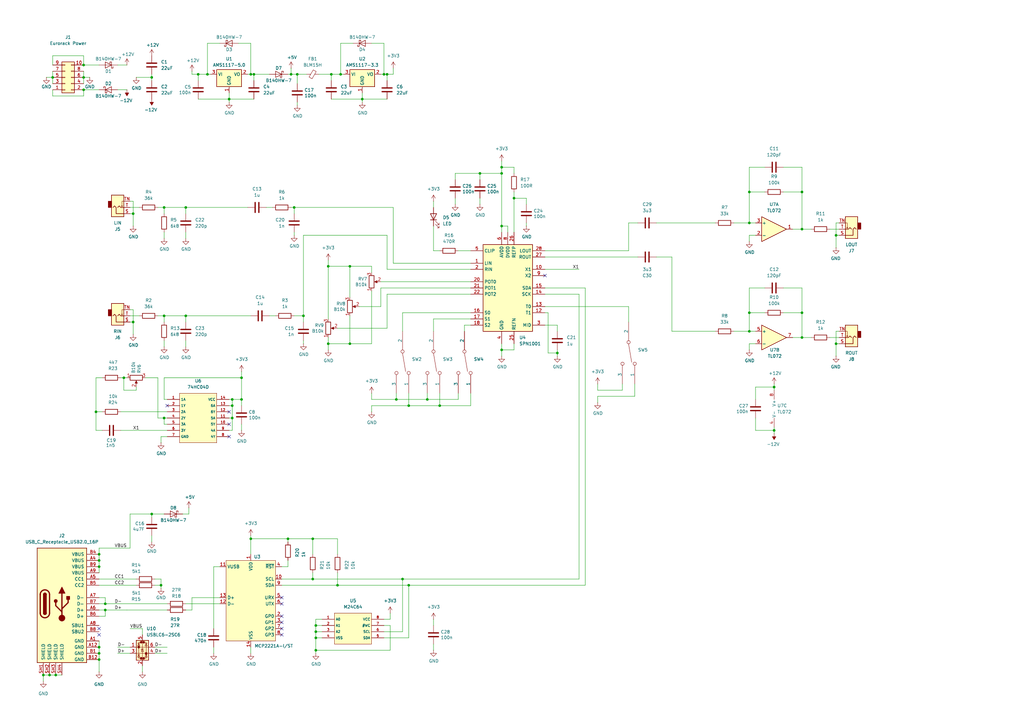
<source format=kicad_sch>
(kicad_sch (version 20250114) (generator "eeschema") (generator_version "9.0")
  (paper "A3")
  (junction (at 95.25 171.45))
  (junction (at 67.31 85.09))
  (junction (at 129.54 266.7))
  (junction (at 205.74 92.71))
  (junction (at 20.32 276.86))
  (junction (at 129.54 256.54))
  (junction (at 328.93 138.43))
  (junction (at 342.9 140.97))
  (junction (at 66.04 240.03))
  (junction (at 40.64 270.51))
  (junction (at 118.11 220.98))
  (junction (at 205.74 71.12))
  (junction (at 120.65 85.09))
  (junction (at 17.78 276.86))
  (junction (at 162.56 163.83))
  (junction (at 307.34 91.44))
  (junction (at 22.86 276.86))
  (junction (at 93.98 40.64))
  (junction (at 67.31 171.45))
  (junction (at 167.64 240.03))
  (junction (at 40.64 267.97))
  (junction (at 40.64 227.33))
  (junction (at 62.23 210.82))
  (junction (at 307.34 135.89))
  (junction (at 129.54 261.62))
  (junction (at 157.48 30.48))
  (junction (at 175.26 163.83))
  (junction (at 307.34 128.27))
  (junction (at 21.59 31.75))
  (junction (at 210.82 81.28))
  (junction (at 128.27 220.98))
  (junction (at 99.06 154.94))
  (junction (at 342.9 96.52))
  (junction (at 62.23 31.75))
  (junction (at 50.8 154.94))
  (junction (at 317.5 158.75))
  (junction (at 143.51 140.97))
  (junction (at 95.25 163.83))
  (junction (at 135.89 30.48))
  (junction (at 95.25 166.37))
  (junction (at 54.61 132.08))
  (junction (at 43.18 250.19))
  (junction (at 328.93 128.27))
  (junction (at 99.06 163.83))
  (junction (at 39.37 168.91))
  (junction (at 43.18 247.65))
  (junction (at 158.75 30.48))
  (junction (at 128.27 237.49))
  (junction (at 34.29 26.67))
  (junction (at 129.54 259.08))
  (junction (at 76.2 129.54))
  (junction (at 119.38 30.48))
  (junction (at 85.09 30.48))
  (junction (at 34.29 31.75))
  (junction (at 139.7 30.48))
  (junction (at 167.64 166.37))
  (junction (at 328.93 78.74))
  (junction (at 205.74 143.51))
  (junction (at 40.64 265.43))
  (junction (at 143.51 109.22))
  (junction (at 228.6 144.78))
  (junction (at 205.74 68.58))
  (junction (at 34.29 36.83))
  (junction (at 67.31 129.54))
  (junction (at 317.5 176.53))
  (junction (at 180.34 166.37))
  (junction (at 76.2 85.09))
  (junction (at 148.59 40.64))
  (junction (at 121.92 30.48))
  (junction (at 104.14 30.48))
  (junction (at 196.85 71.12))
  (junction (at 328.93 93.98))
  (junction (at 102.87 220.98))
  (junction (at 40.64 229.87))
  (junction (at 307.34 78.74))
  (junction (at 165.1 237.49))
  (junction (at 134.62 140.97))
  (junction (at 134.62 109.22))
  (junction (at 40.64 232.41))
  (junction (at 81.28 30.48))
  (junction (at 54.61 87.63))
  (junction (at 102.87 30.48))
  (junction (at 138.43 240.03))
  (junction (at 124.46 129.54))
  (no_connect (at 115.57 255.27))
  (no_connect (at 68.58 166.37))
  (no_connect (at 40.64 257.81))
  (no_connect (at 115.57 247.65))
  (no_connect (at 115.57 260.35))
  (no_connect (at 115.57 257.81))
  (no_connect (at 93.98 173.99))
  (no_connect (at 115.57 245.11))
  (no_connect (at 40.64 260.35))
  (no_connect (at 223.52 113.03))
  (no_connect (at 115.57 252.73))
  (no_connect (at 93.98 179.07))
  (no_connect (at 93.98 168.91))
  (wire (pts (xy 119.38 30.48) (xy 118.11 30.48)))
  (wire (pts (xy 39.37 176.53) (xy 39.37 168.91)))
  (wire (pts (xy 215.9 83.82) (xy 215.9 81.28)))
  (wire (pts (xy 21.59 31.75) (xy 21.59 34.29)))
  (wire (pts (xy 138.43 240.03) (xy 167.64 240.03)))
  (wire (pts (xy 157.48 254) (xy 160.02 254)))
  (wire (pts (xy 317.5 158.75) (xy 317.5 160.02)))
  (wire (pts (xy 48.26 36.83) (xy 52.07 36.83)))
  (wire (pts (xy 118.11 220.98) (xy 118.11 222.25)))
  (wire (pts (xy 87.63 265.43) (xy 87.63 267.97)))
  (wire (pts (xy 344.17 96.52) (xy 342.9 96.52)))
  (wire (pts (xy 67.31 163.83) (xy 67.31 154.94)))
  (wire (pts (xy 210.82 78.74) (xy 210.82 81.28)))
  (wire (pts (xy 205.74 68.58) (xy 205.74 71.12)))
  (wire (pts (xy 124.46 96.52) (xy 124.46 129.54)))
  (wire (pts (xy 307.34 128.27) (xy 307.34 135.89)))
  (wire (pts (xy 139.7 30.48) (xy 140.97 30.48)))
  (wire (pts (xy 121.92 30.48) (xy 121.92 34.29)))
  (wire (pts (xy 49.53 176.53) (xy 68.58 176.53)))
  (wire (pts (xy 161.29 107.95) (xy 193.04 107.95)))
  (wire (pts (xy 66.04 237.49) (xy 63.5 237.49)))
  (wire (pts (xy 215.9 91.44) (xy 215.9 92.71)))
  (wire (pts (xy 67.31 85.09) (xy 76.2 85.09)))
  (wire (pts (xy 177.8 102.87) (xy 177.8 92.71)))
  (wire (pts (xy 129.54 254) (xy 132.08 254)))
  (wire (pts (xy 307.34 143.51) (xy 307.34 140.97)))
  (wire (pts (xy 342.9 140.97) (xy 342.9 135.89)))
  (wire (pts (xy 307.34 96.52) (xy 309.88 96.52)))
  (wire (pts (xy 67.31 132.08) (xy 67.31 129.54)))
  (wire (pts (xy 157.48 17.78) (xy 157.48 30.48)))
  (wire (pts (xy 39.37 168.91) (xy 39.37 154.94)))
  (wire (pts (xy 210.82 81.28) (xy 210.82 95.25)))
  (wire (pts (xy 52.07 250.19) (xy 68.58 250.19)))
  (wire (pts (xy 55.88 31.75) (xy 62.23 31.75)))
  (wire (pts (xy 186.69 73.66) (xy 186.69 71.12)))
  (wire (pts (xy 193.04 161.29) (xy 193.04 166.37)))
  (wire (pts (xy 205.74 66.04) (xy 205.74 68.58)))
  (wire (pts (xy 156.21 125.73) (xy 156.21 118.11)))
  (wire (pts (xy 138.43 234.95) (xy 138.43 240.03)))
  (wire (pts (xy 307.34 68.58) (xy 307.34 78.74)))
  (wire (pts (xy 66.04 181.61) (xy 66.04 179.07)))
  (wire (pts (xy 208.28 95.25) (xy 208.28 92.71)))
  (wire (pts (xy 138.43 220.98) (xy 138.43 227.33)))
  (wire (pts (xy 139.7 17.78) (xy 139.7 30.48)))
  (wire (pts (xy 63.5 267.97) (xy 68.58 267.97)))
  (wire (pts (xy 76.2 85.09) (xy 101.6 85.09)))
  (wire (pts (xy 257.81 125.73) (xy 223.52 125.73)))
  (wire (pts (xy 54.61 137.16) (xy 54.61 132.08)))
  (wire (pts (xy 128.27 220.98) (xy 128.27 227.33)))
  (wire (pts (xy 134.62 138.43) (xy 134.62 140.97)))
  (wire (pts (xy 167.64 161.29) (xy 167.64 166.37)))
  (wire (pts (xy 64.77 85.09) (xy 67.31 85.09)))
  (wire (pts (xy 36.83 31.75) (xy 34.29 31.75)))
  (wire (pts (xy 313.69 78.74) (xy 307.34 78.74)))
  (wire (pts (xy 40.64 247.65) (xy 43.18 247.65)) (stroke (width 0.1524)))
  (wire (pts (xy 49.53 168.91) (xy 68.58 168.91)))
  (wire (pts (xy 34.29 26.67) (xy 40.64 26.67)))
  (wire (pts (xy 115.57 237.49) (xy 128.27 237.49)))
  (wire (pts (xy 158.75 30.48) (xy 158.75 33.02)))
  (wire (pts (xy 228.6 143.51) (xy 228.6 144.78)))
  (wire (pts (xy 317.5 175.26) (xy 317.5 176.53)))
  (wire (pts (xy 257.81 132.08) (xy 257.81 125.73)))
  (wire (pts (xy 90.17 232.41) (xy 87.63 232.41)))
  (wire (pts (xy 237.49 120.65) (xy 237.49 237.49)))
  (wire (pts (xy 158.75 96.52) (xy 124.46 96.52)))
  (wire (pts (xy 148.59 38.1) (xy 148.59 40.64)))
  (wire (pts (xy 162.56 163.83) (xy 175.26 163.83)))
  (wire (pts (xy 135.89 30.48) (xy 139.7 30.48)))
  (wire (pts (xy 342.9 101.6) (xy 342.9 96.52)))
  (wire (pts (xy 76.2 129.54) (xy 76.2 132.08)))
  (wire (pts (xy 261.62 91.44) (xy 257.81 91.44)))
  (wire (pts (xy 40.64 265.43) (xy 40.64 267.97)))
  (wire (pts (xy 260.35 162.56) (xy 245.11 162.56)))
  (wire (pts (xy 78.74 29.21) (xy 78.74 30.48)))
  (wire (pts (xy 34.29 36.83) (xy 40.64 36.83)))
  (wire (pts (xy 342.9 96.52) (xy 342.9 91.44)))
  (wire (pts (xy 317.5 176.53) (xy 309.88 176.53)))
  (wire (pts (xy 21.59 29.21) (xy 21.59 31.75)))
  (wire (pts (xy 34.29 22.86) (xy 34.29 26.67)))
  (wire (pts (xy 54.61 127) (xy 53.34 127)))
  (wire (pts (xy 120.65 95.25) (xy 120.65 96.52)))
  (wire (pts (xy 275.59 105.41) (xy 275.59 135.89)))
  (wire (pts (xy 307.34 91.44) (xy 309.88 91.44)))
  (wire (pts (xy 309.88 158.75) (xy 317.5 158.75)))
  (wire (pts (xy 53.34 210.82) (xy 62.23 210.82)) (stroke (width 0.1524)))
  (wire (pts (xy 143.51 109.22) (xy 152.4 109.22)))
  (wire (pts (xy 143.51 109.22) (xy 143.51 121.92)))
  (wire (pts (xy 157.48 30.48) (xy 156.21 30.48)))
  (wire (pts (xy 48.26 265.43) (xy 53.34 265.43)))
  (wire (pts (xy 93.98 176.53) (xy 95.25 176.53)))
  (wire (pts (xy 328.93 93.98) (xy 325.12 93.98)))
  (wire (pts (xy 87.63 232.41) (xy 87.63 257.81)))
  (wire (pts (xy 215.9 81.28) (xy 210.82 81.28)))
  (wire (pts (xy 161.29 27.94) (xy 161.29 30.48)))
  (wire (pts (xy 40.64 224.79) (xy 53.34 224.79)) (stroke (width 0.1524)))
  (wire (pts (xy 102.87 30.48) (xy 102.87 17.78)))
  (wire (pts (xy 109.22 85.09) (xy 111.76 85.09)))
  (wire (pts (xy 93.98 38.1) (xy 93.98 40.64)))
  (wire (pts (xy 228.6 135.89) (xy 228.6 133.35)))
  (wire (pts (xy 152.4 163.83) (xy 162.56 163.83)))
  (wire (pts (xy 119.38 27.94) (xy 119.38 30.48)))
  (wire (pts (xy 180.34 166.37) (xy 167.64 166.37)))
  (wire (pts (xy 119.38 30.48) (xy 121.92 30.48)))
  (wire (pts (xy 313.69 68.58) (xy 307.34 68.58)))
  (wire (pts (xy 143.51 129.54) (xy 143.51 140.97)))
  (wire (pts (xy 21.59 36.83) (xy 21.59 39.37)))
  (wire (pts (xy 20.32 276.86) (xy 22.86 276.86)))
  (wire (pts (xy 128.27 237.49) (xy 165.1 237.49)))
  (wire (pts (xy 67.31 139.7) (xy 67.31 142.24)))
  (wire (pts (xy 93.98 166.37) (xy 95.25 166.37)))
  (wire (pts (xy 19.05 31.75) (xy 21.59 31.75)))
  (wire (pts (xy 165.1 237.49) (xy 237.49 237.49)))
  (wire (pts (xy 104.14 30.48) (xy 104.14 33.02)))
  (wire (pts (xy 40.64 229.87) (xy 40.64 232.41)) (stroke (width 0.1524)))
  (wire (pts (xy 177.8 254) (xy 177.8 256.54)))
  (wire (pts (xy 245.11 162.56) (xy 245.11 165.1)))
  (wire (pts (xy 54.61 92.71) (xy 54.61 87.63)))
  (wire (pts (xy 129.54 254) (xy 129.54 256.54)))
  (wire (pts (xy 158.75 134.62) (xy 158.75 120.65)))
  (wire (pts (xy 180.34 102.87) (xy 177.8 102.87)))
  (wire (pts (xy 121.92 41.91) (xy 121.92 43.18)))
  (wire (pts (xy 307.34 135.89) (xy 309.88 135.89)))
  (wire (pts (xy 309.88 163.83) (xy 309.88 158.75)))
  (wire (pts (xy 50.8 160.02) (xy 55.88 160.02)))
  (wire (pts (xy 300.99 135.89) (xy 307.34 135.89)))
  (wire (pts (xy 110.49 30.48) (xy 104.14 30.48)))
  (wire (pts (xy 196.85 71.12) (xy 196.85 73.66)))
  (wire (pts (xy 152.4 109.22) (xy 152.4 111.76)))
  (wire (pts (xy 228.6 133.35) (xy 223.52 133.35)))
  (wire (pts (xy 328.93 138.43) (xy 325.12 138.43)))
  (wire (pts (xy 58.42 260.35) (xy 58.42 257.81)))
  (wire (pts (xy 328.93 78.74) (xy 328.93 93.98)))
  (wire (pts (xy 257.81 102.87) (xy 223.52 102.87)))
  (wire (pts (xy 63.5 265.43) (xy 68.58 265.43)))
  (wire (pts (xy 224.79 144.78) (xy 228.6 144.78)))
  (wire (pts (xy 224.79 128.27) (xy 224.79 144.78)))
  (wire (pts (xy 62.23 31.75) (xy 62.23 33.02)))
  (wire (pts (xy 344.17 140.97) (xy 342.9 140.97)))
  (wire (pts (xy 48.26 267.97) (xy 53.34 267.97)))
  (wire (pts (xy 40.64 262.89) (xy 40.64 265.43)))
  (wire (pts (xy 40.64 240.03) (xy 55.88 240.03)))
  (wire (pts (xy 62.23 210.82) (xy 62.23 212.09)) (stroke (width 0.1524)))
  (wire (pts (xy 40.64 224.79) (xy 40.64 227.33)) (stroke (width 0.1524)))
  (wire (pts (xy 313.69 128.27) (xy 307.34 128.27)))
  (wire (pts (xy 186.69 71.12) (xy 196.85 71.12)))
  (wire (pts (xy 102.87 220.98) (xy 102.87 227.33)))
  (wire (pts (xy 17.78 276.86) (xy 17.78 279.4)))
  (wire (pts (xy 22.86 276.86) (xy 25.4 276.86)))
  (wire (pts (xy 157.48 256.54) (xy 160.02 256.54)))
  (wire (pts (xy 40.64 270.51) (xy 40.64 275.59)))
  (wire (pts (xy 313.69 118.11) (xy 307.34 118.11)))
  (wire (pts (xy 156.21 115.57) (xy 193.04 115.57)))
  (wire (pts (xy 162.56 161.29) (xy 162.56 163.83)))
  (wire (pts (xy 321.31 118.11) (xy 328.93 118.11)))
  (wire (pts (xy 152.4 140.97) (xy 143.51 140.97)))
  (wire (pts (xy 177.8 82.55) (xy 177.8 85.09)))
  (wire (pts (xy 40.64 252.73) (xy 43.18 252.73)))
  (wire (pts (xy 124.46 139.7) (xy 124.46 140.97)))
  (wire (pts (xy 67.31 129.54) (xy 64.77 129.54)))
  (wire (pts (xy 223.52 120.65) (xy 237.49 120.65)))
  (wire (pts (xy 134.62 109.22) (xy 143.51 109.22)))
  (wire (pts (xy 40.64 250.19) (xy 43.18 250.19)) (stroke (width 0.1524)))
  (wire (pts (xy 21.59 22.86) (xy 34.29 22.86)))
  (wire (pts (xy 64.77 171.45) (xy 67.31 171.45)))
  (wire (pts (xy 34.29 31.75) (xy 34.29 34.29)))
  (wire (pts (xy 78.74 30.48) (xy 81.28 30.48)))
  (wire (pts (xy 161.29 30.48) (xy 158.75 30.48)))
  (wire (pts (xy 53.34 224.79) (xy 53.34 210.82)) (stroke (width 0.1524)))
  (wire (pts (xy 129.54 256.54) (xy 132.08 256.54)))
  (wire (pts (xy 344.17 138.43) (xy 340.36 138.43)))
  (wire (pts (xy 328.93 128.27) (xy 328.93 138.43)))
  (wire (pts (xy 68.58 163.83) (xy 67.31 163.83)))
  (wire (pts (xy 118.11 229.87) (xy 118.11 232.41)))
  (wire (pts (xy 255.27 157.48) (xy 255.27 160.02)))
  (wire (pts (xy 165.1 128.27) (xy 165.1 135.89)))
  (wire (pts (xy 99.06 173.99) (xy 99.06 176.53)))
  (wire (pts (xy 275.59 135.89) (xy 293.37 135.89)))
  (wire (pts (xy 77.47 208.28) (xy 77.47 210.82)))
  (wire (pts (xy 67.31 171.45) (xy 67.31 173.99)))
  (wire (pts (xy 93.98 171.45) (xy 95.25 171.45)))
  (wire (pts (xy 228.6 144.78) (xy 228.6 146.05)))
  (wire (pts (xy 269.24 91.44) (xy 293.37 91.44)))
  (wire (pts (xy 187.96 161.29) (xy 187.96 163.83)))
  (wire (pts (xy 177.8 264.16) (xy 177.8 266.7)))
  (wire (pts (xy 148.59 40.64) (xy 158.75 40.64)))
  (wire (pts (xy 193.04 166.37) (xy 180.34 166.37)))
  (wire (pts (xy 85.09 17.78) (xy 85.09 30.48)))
  (wire (pts (xy 160.02 256.54) (xy 160.02 266.7)))
  (wire (pts (xy 102.87 30.48) (xy 104.14 30.48)))
  (wire (pts (xy 34.29 39.37) (xy 34.29 36.83)))
  (wire (pts (xy 64.77 154.94) (xy 64.77 171.45)))
  (wire (pts (xy 152.4 166.37) (xy 152.4 168.91)))
  (wire (pts (xy 41.91 168.91) (xy 39.37 168.91)))
  (wire (pts (xy 95.25 163.83) (xy 99.06 163.83)))
  (wire (pts (xy 152.4 17.78) (xy 157.48 17.78)))
  (wire (pts (xy 134.62 109.22) (xy 134.62 130.81)))
  (wire (pts (xy 210.82 143.51) (xy 205.74 143.51)))
  (wire (pts (xy 245.11 160.02) (xy 255.27 160.02)))
  (wire (pts (xy 187.96 102.87) (xy 193.04 102.87)))
  (wire (pts (xy 52.07 26.67) (xy 48.26 26.67)))
  (wire (pts (xy 81.28 30.48) (xy 85.09 30.48)))
  (wire (pts (xy 210.82 68.58) (xy 205.74 68.58)))
  (wire (pts (xy 102.87 219.71) (xy 102.87 220.98)))
  (wire (pts (xy 93.98 40.64) (xy 104.14 40.64)))
  (wire (pts (xy 129.54 261.62) (xy 129.54 266.7)))
  (wire (pts (xy 120.65 85.09) (xy 120.65 87.63)))
  (wire (pts (xy 129.54 266.7) (xy 129.54 267.97)))
  (wire (pts (xy 59.69 154.94) (xy 64.77 154.94)))
  (wire (pts (xy 95.25 171.45) (xy 95.25 166.37)))
  (wire (pts (xy 52.07 154.94) (xy 50.8 154.94)))
  (wire (pts (xy 67.31 85.09) (xy 67.31 87.63)))
  (wire (pts (xy 177.8 130.81) (xy 193.04 130.81)))
  (wire (pts (xy 63.5 240.03) (xy 66.04 240.03)))
  (wire (pts (xy 67.31 173.99) (xy 68.58 173.99)))
  (wire (pts (xy 67.31 95.25) (xy 67.31 97.79)))
  (wire (pts (xy 97.79 17.78) (xy 102.87 17.78)))
  (wire (pts (xy 148.59 41.91) (xy 148.59 40.64)))
  (wire (pts (xy 205.74 71.12) (xy 205.74 92.71)))
  (wire (pts (xy 135.89 33.02) (xy 135.89 30.48)))
  (wire (pts (xy 269.24 105.41) (xy 275.59 105.41)))
  (wire (pts (xy 210.82 140.97) (xy 210.82 143.51)))
  (wire (pts (xy 152.4 161.29) (xy 152.4 163.83)))
  (wire (pts (xy 128.27 220.98) (xy 138.43 220.98)))
  (wire (pts (xy 34.29 29.21) (xy 34.29 31.75)))
  (wire (pts (xy 143.51 140.97) (xy 134.62 140.97)))
  (wire (pts (xy 93.98 41.91) (xy 93.98 40.64)))
  (wire (pts (xy 309.88 176.53) (xy 309.88 171.45)))
  (wire (pts (xy 81.28 40.64) (xy 93.98 40.64)))
  (wire (pts (xy 50.8 154.94) (xy 50.8 160.02)))
  (wire (pts (xy 121.92 30.48) (xy 125.73 30.48)))
  (wire (pts (xy 223.52 105.41) (xy 261.62 105.41)))
  (wire (pts (xy 147.32 125.73) (xy 156.21 125.73)))
  (wire (pts (xy 196.85 81.28) (xy 196.85 83.82)))
  (wire (pts (xy 134.62 106.68) (xy 134.62 109.22)))
  (wire (pts (xy 175.26 161.29) (xy 175.26 163.83)))
  (wire (pts (xy 54.61 87.63) (xy 54.61 82.55)))
  (wire (pts (xy 40.64 267.97) (xy 40.64 270.51)))
  (wire (pts (xy 101.6 30.48) (xy 102.87 30.48)))
  (wire (pts (xy 53.34 87.63) (xy 54.61 87.63)))
  (wire (pts (xy 223.52 128.27) (xy 224.79 128.27)))
  (wire (pts (xy 17.78 276.86) (xy 20.32 276.86)))
  (wire (pts (xy 76.2 85.09) (xy 76.2 87.63)))
  (wire (pts (xy 39.37 154.94) (xy 41.91 154.94)))
  (wire (pts (xy 317.5 176.53) (xy 317.5 177.8)))
  (wire (pts (xy 78.74 250.19) (xy 78.74 245.11)))
  (wire (pts (xy 190.5 135.89) (xy 190.5 133.35)))
  (wire (pts (xy 21.59 26.67) (xy 21.59 22.86)))
  (wire (pts (xy 110.49 129.54) (xy 113.03 129.54)))
  (wire (pts (xy 85.09 30.48) (xy 86.36 30.48)))
  (wire (pts (xy 41.91 176.53) (xy 39.37 176.53)))
  (wire (pts (xy 307.34 118.11) (xy 307.34 128.27)))
  (wire (pts (xy 328.93 118.11) (xy 328.93 128.27)))
  (wire (pts (xy 223.52 118.11) (xy 240.03 118.11)))
  (wire (pts (xy 43.18 247.65) (xy 68.58 247.65)) (stroke (width 0.1524)))
  (wire (pts (xy 342.9 91.44) (xy 344.17 91.44)))
  (wire (pts (xy 307.34 78.74) (xy 307.34 91.44)))
  (wire (pts (xy 102.87 265.43) (xy 102.87 267.97)))
  (wire (pts (xy 76.2 129.54) (xy 102.87 129.54)))
  (wire (pts (xy 307.34 140.97) (xy 309.88 140.97)))
  (wire (pts (xy 67.31 154.94) (xy 99.06 154.94)))
  (wire (pts (xy 129.54 259.08) (xy 129.54 261.62)))
  (wire (pts (xy 193.04 110.49) (xy 158.75 110.49)))
  (wire (pts (xy 134.62 140.97) (xy 134.62 143.51)))
  (wire (pts (xy 62.23 31.75) (xy 62.23 30.48)))
  (wire (pts (xy 53.34 85.09) (xy 57.15 85.09)))
  (wire (pts (xy 160.02 266.7) (xy 129.54 266.7)))
  (wire (pts (xy 321.31 68.58) (xy 328.93 68.58)))
  (wire (pts (xy 257.81 91.44) (xy 257.81 102.87)))
  (wire (pts (xy 95.25 166.37) (xy 95.25 163.83)))
  (wire (pts (xy 205.74 140.97) (xy 205.74 143.51)))
  (wire (pts (xy 40.64 237.49) (xy 55.88 237.49)))
  (wire (pts (xy 62.23 210.82) (xy 67.31 210.82)))
  (wire (pts (xy 129.54 256.54) (xy 129.54 259.08)))
  (wire (pts (xy 90.17 17.78) (xy 85.09 17.78)))
  (wire (pts (xy 300.99 91.44) (xy 307.34 91.44)))
  (wire (pts (xy 77.47 210.82) (xy 74.93 210.82)))
  (wire (pts (xy 81.28 33.02) (xy 81.28 30.48)))
  (wire (pts (xy 138.43 134.62) (xy 158.75 134.62)))
  (wire (pts (xy 58.42 273.05) (xy 58.42 275.59)))
  (wire (pts (xy 53.34 257.81) (xy 58.42 257.81)))
  (wire (pts (xy 53.34 129.54) (xy 57.15 129.54)))
  (wire (pts (xy 55.88 158.75) (xy 55.88 160.02)))
  (wire (pts (xy 190.5 133.35) (xy 193.04 133.35)))
  (wire (pts (xy 321.31 128.27) (xy 328.93 128.27)))
  (wire (pts (xy 53.34 132.08) (xy 54.61 132.08)))
  (wire (pts (xy 328.93 138.43) (xy 332.74 138.43)))
  (wire (pts (xy 66.04 241.3) (xy 66.04 240.03)))
  (wire (pts (xy 78.74 245.11) (xy 90.17 245.11)))
  (wire (pts (xy 307.34 99.06) (xy 307.34 96.52)))
  (wire (pts (xy 40.64 227.33) (xy 40.64 229.87)) (stroke (width 0.1524)))
  (wire (pts (xy 175.26 163.83) (xy 187.96 163.83)))
  (wire (pts (xy 208.28 92.71) (xy 205.74 92.71)))
  (wire (pts (xy 43.18 245.11) (xy 43.18 247.65)))
  (wire (pts (xy 120.65 85.09) (xy 161.29 85.09)))
  (wire (pts (xy 177.8 135.89) (xy 177.8 130.81)))
  (wire (pts (xy 160.02 254) (xy 160.02 251.46)))
  (wire (pts (xy 93.98 163.83) (xy 95.25 163.83)))
  (wire (pts (xy 196.85 71.12) (xy 205.74 71.12)))
  (wire (pts (xy 161.29 85.09) (xy 161.29 107.95)))
  (wire (pts (xy 158.75 30.48) (xy 157.48 30.48)))
  (wire (pts (xy 205.74 92.71) (xy 205.74 95.25)))
  (wire (pts (xy 102.87 220.98) (xy 118.11 220.98)))
  (wire (pts (xy 76.2 95.25) (xy 76.2 97.79)))
  (wire (pts (xy 130.81 30.48) (xy 135.89 30.48)))
  (wire (pts (xy 76.2 250.19) (xy 78.74 250.19)))
  (wire (pts (xy 66.04 179.07) (xy 68.58 179.07)))
  (wire (pts (xy 54.61 82.55) (xy 53.34 82.55)))
  (wire (pts (xy 321.31 78.74) (xy 328.93 78.74)))
  (wire (pts (xy 193.04 128.27) (xy 165.1 128.27)))
  (wire (pts (xy 144.78 17.78) (xy 139.7 17.78)))
  (wire (pts (xy 167.64 261.62) (xy 167.64 240.03)))
  (wire (pts (xy 344.17 93.98) (xy 340.36 93.98)))
  (wire (pts (xy 115.57 240.03) (xy 138.43 240.03)))
  (wire (pts (xy 129.54 259.08) (xy 132.08 259.08)))
  (wire (pts (xy 99.06 154.94) (xy 99.06 163.83)))
  (wire (pts (xy 129.54 261.62) (xy 132.08 261.62)))
  (wire (pts (xy 210.82 71.12) (xy 210.82 68.58)))
  (wire (pts (xy 76.2 139.7) (xy 76.2 142.24)))
  (wire (pts (xy 186.69 81.28) (xy 186.69 83.82)))
  (wire (pts (xy 240.03 118.11) (xy 240.03 240.03)))
  (wire (pts (xy 21.59 39.37) (xy 34.29 39.37)))
  (wire (pts (xy 118.11 220.98) (xy 128.27 220.98)))
  (wire (pts (xy 118.11 232.41) (xy 115.57 232.41)))
  (wire (pts (xy 205.74 143.51) (xy 205.74 146.05)))
  (wire (pts (xy 157.48 261.62) (xy 167.64 261.62)))
  (wire (pts (xy 328.93 68.58) (xy 328.93 78.74)))
  (wire (pts (xy 67.31 129.54) (xy 76.2 129.54)))
  (wire (pts (xy 99.06 152.4) (xy 99.06 154.94)))
  (wire (pts (xy 167.64 166.37) (xy 152.4 166.37)))
  (wire (pts (xy 245.11 157.48) (xy 245.11 160.02)))
  (wire (pts (xy 43.18 250.19) (xy 52.07 250.19)) (stroke (width 0.1524)))
  (wire (pts (xy 158.75 110.49) (xy 158.75 96.52)))
  (wire (pts (xy 223.52 110.49) (xy 237.49 110.49)))
  (wire (pts (xy 43.18 250.19) (xy 43.18 252.73)))
  (wire (pts (xy 99.06 163.83) (xy 99.06 166.37)))
  (wire (pts (xy 40.64 232.41) (xy 40.64 234.95)))
  (wire (pts (xy 158.75 120.65) (xy 193.04 120.65)))
  (wire (pts (xy 76.2 247.65) (xy 90.17 247.65)))
  (wire (pts (xy 342.9 135.89) (xy 344.17 135.89)))
  (wire (pts (xy 157.48 259.08) (xy 165.1 259.08)))
  (wire (pts (xy 119.38 85.09) (xy 120.65 85.09)))
  (wire (pts (xy 152.4 119.38) (xy 152.4 140.97)))
  (wire (pts (xy 95.25 176.53) (xy 95.25 171.45)))
  (wire (pts (xy 165.1 237.49) (xy 165.1 259.08)))
  (wire (pts (xy 342.9 146.05) (xy 342.9 140.97)))
  (wire (pts (xy 328.93 93.98) (xy 332.74 93.98)))
  (wire (pts (xy 260.35 157.48) (xy 260.35 162.56)))
  (wire (pts (xy 317.5 157.48) (xy 317.5 158.75)))
  (wire (pts (xy 156.21 118.11) (xy 193.04 118.11)))
  (wire (pts (xy 124.46 129.54) (xy 124.46 132.08)))
  (wire (pts (xy 62.23 219.71) (xy 62.23 222.25)))
  (wire (pts (xy 167.64 240.03) (xy 240.03 240.03)))
  (wire (pts (xy 67.31 171.45) (xy 68.58 171.45)))
  (wire (pts (xy 49.53 154.94) (xy 50.8 154.94)))
  (wire (pts (xy 54.61 132.08) (xy 54.61 127)))
  (wire (pts (xy 66.04 240.03) (xy 66.04 237.49)))
  (wire (pts (xy 124.46 129.54) (xy 120.65 129.54)))
  (wire (pts (xy 135.89 40.64) (xy 148.59 40.64)))
  (wire (pts (xy 40.64 245.11) (xy 43.18 245.11)))
  (wire (pts (xy 180.34 161.29) (xy 180.34 166.37)))
  (wire (pts (xy 128.27 234.95) (xy 128.27 237.49)))
  (label "X1" (at 237.49 110.49 180))
  (label "D+" (at 63.5 267.97 0) (effects (font (size 1.2446 1.2446))))
  (label "D-" (at 46.99 247.65 0) (effects (font (size 1.2446 1.2446))))
  (label "VBUS" (at 46.99 224.79 0) (effects (font (size 1.2446 1.2446))))
  (label "D+" (at 46.99 250.19 0) (effects (font (size 1.2446 1.2446))))
  (label "D+" (at 48.26 267.97 0) (effects (font (size 1.2446 1.2446))))
  (label "VBUS" (at 53.34 257.81 0) (effects (font (size 1.2446 1.2446))))
  (label "X1" (at 57.15 176.53 180))
  (label "D-" (at 63.5 265.43 0))
  (label "CC2" (at 46.99 240.03 0))
  (label "D-" (at 48.26 265.43 0))
  (label "CC1" (at 46.99 237.49 0))
  (symbol (lib_id "Device:C") (at 317.5 68.58 90) (unit 1)
    (property "Reference" "C11" (at 317.5 60.96 90))
    (property "Value" "120pF" (at 317.5 63.5 90))
    (property "Footprint" "Capacitor_SMD:C_0603_1608Metric" (effects (hide yes)))
    (property "Description" "Unpolarized capacitor" (effects (hide yes)))
  )
  (symbol (lib_id "PCM_4ms_Diode:B140HW-7") (at 44.45 26.67 180) (unit 1)
    (property "Reference" "D1" (at 44.45 29.21 0))
    (property "Value" "B140HW-7" (at 44.45 24.13 0))
    (property "Footprint" "Diode_SMD:D_SOD-123" (effects (hide yes)))
    (property "Description" "SCHOTTKY RECTIFIER 1.0A 40Vrrm 0.55Vf" (effects (hide yes)))
    (property "Specifications" "SCHOTTKY RECTIFIER 1.0A 40Vrrm 0.55Vf" (effects (hide yes)))
    (property "Manufacturer" "Diodes Incorporated" (effects (hide yes)))
    (property "Part Number" "B140HW-7" (effects (hide yes)))
    (property "JLCPCB ID" "C134429" (effects (hide yes)))
    (property "Alt JLCPCB ID" "C8598" (effects (hide yes)))
    (property "Alt JLCPCB Part" "B5819W" (effects (hide yes)))
  )
  (symbol (lib_id "power:GND") (at 58.42 275.59 0) (unit 1)
    (property "Reference" "#PWR032" (effects (hide yes)))
    (property "Value" "GND" (at 58.42 280.67 0))
    (property "Description" "Power symbol creates a global label with name \"GND\" , ground" (effects (hide yes)))
  )
  (symbol (lib_id "Device:C") (at 121.92 38.1 0) (unit 1)
    (property "Reference" "C17" (at 124.841 36.9316 0) (effects (justify left)))
    (property "Value" "100n" (at 124.841 39.243 0) (effects (justify left)))
    (property "Footprint" "Capacitor_SMD:C_0603_1608Metric_Pad1.08x0.95mm_HandSolder" (effects (hide yes)))
  )
  (symbol (lib_id "power:GND") (at 66.04 241.3 0) (unit 1)
    (property "Reference" "#PWR021" (effects (hide yes)))
    (property "Value" "GND" (at 66.04 245.11 0))
    (property "Description" "Power symbol creates a global label with name \"GND\" , ground" (effects (hide yes)))
  )
  (symbol (lib_id "Connector_Generic:Conn_02x05_Odd_Even") (at 26.67 31.75 0) (mirror x) (unit 1)
    (property "Reference" "J1" (at 27.94 15.24 0))
    (property "Value" "Eurorack Power" (at 27.94 17.78 0))
    (property "Footprint" "Connector_IDC:IDC-Header_2x05_P2.54mm_Vertical" (effects (hide yes)))
  )
  (symbol (lib_id "Device:R") (at 67.31 135.89 180) (unit 1)
    (property "Reference" "R13" (at 69.85 134.6199 0) (effects (justify right)))
    (property "Value" "6k8" (at 69.85 137.1599 0) (effects (justify right)))
    (property "Footprint" "Resistor_SMD:R_0603_1608Metric" (effects (hide yes)))
    (property "Description" "Resistor" (effects (hide yes)))
  )
  (symbol (lib_id "power:GND") (at 76.2 97.79 0) (unit 1)
    (property "Reference" "#PWR049" (effects (hide yes)))
    (property "Value" "GND" (at 76.327 102.1842 0))
  )
  (symbol (lib_id "power:GND") (at 342.9 101.6 0) (mirror y) (unit 1)
    (property "Reference" "#PWR050" (effects (hide yes)))
    (property "Value" "GND" (at 342.773 105.9942 0))
  )
  (symbol (lib_id "Device:R") (at 297.18 91.44 90) (unit 1)
    (property "Reference" "R7" (at 297.18 85.09 90))
    (property "Value" "33k" (at 297.18 87.63 90))
    (property "Footprint" "Resistor_SMD:R_0603_1608Metric" (effects (hide yes)))
    (property "Description" "Resistor" (effects (hide yes)))
  )
  (symbol (lib_id "Device:R") (at 59.69 240.03 90) (mirror x) (unit 1)
    (property "Reference" "R15" (at 57.785 245.7451 90) (effects (justify left)))
    (property "Value" "5k1" (at 57.785 243.2051 90) (effects (justify left)))
    (property "Footprint" "Resistor_SMD:R_0603_1608Metric" (effects (hide yes)))
    (property "Description" "Resistor" (effects (hide yes)))
  )
  (symbol (lib_id "Device:C") (at 215.9 87.63 0) (unit 1)
    (property "Reference" "C24" (at 218.821 86.4616 0) (effects (justify left)))
    (property "Value" "100n" (at 218.821 88.773 0) (effects (justify left)))
    (property "Footprint" "Capacitor_SMD:C_0603_1608Metric_Pad1.08x0.95mm_HandSolder" (effects (hide yes)))
  )
  (symbol (lib_id "power:+3V3") (at 102.87 219.71 0) (unit 1)
    (property "Reference" "#PWR014" (effects (hide yes)))
    (property "Value" "+3V3" (at 102.87 214.63 0))
    (property "Description" "Power symbol creates a global label with name \"+3V3\"" (effects (hide yes)))
  )
  (symbol (lib_id "power:GND") (at 228.6 146.05 0) (unit 1)
    (property "Reference" "#PWR042" (effects (hide yes)))
    (property "Value" "GND" (at 228.727 150.4442 0))
  )
  (symbol (lib_id "power:GND") (at 87.63 267.97 0) (unit 1)
    (property "Reference" "#PWR034" (effects (hide yes)))
    (property "Value" "GND" (at 87.757 272.3642 0))
  )
  (symbol (lib_id "Device:R") (at 115.57 85.09 90) (unit 1)
    (property "Reference" "R6" (at 115.57 78.74 90))
    (property "Value" "1k" (at 115.57 81.28 90))
    (property "Footprint" "Resistor_SMD:R_0603_1608Metric" (effects (hide yes)))
    (property "Description" "Resistor" (effects (hide yes)))
  )
  (symbol (lib_id "Device:C") (at 62.23 26.67 0) (unit 1)
    (property "Reference" "C1" (at 66.04 25.3999 0) (effects (justify left)))
    (property "Value" "22uF" (at 66.04 27.9399 0) (effects (justify left)))
    (property "Footprint" "Capacitor_SMD:C_1206_3216Metric_Pad1.33x1.80mm_HandSolder" (effects (hide yes)))
    (property "Description" "Unpolarized capacitor" (effects (hide yes)))
  )
  (symbol (lib_id "Amplifier_Operational:TL072") (at 317.5 93.98 0) (unit 1)
    (property "Reference" "U7" (at 317.5 83.82 0))
    (property "Value" "TL072" (at 317.5 86.36 0))
    (property "Footprint" "Package_SO:SOIC-8_3.9x4.9mm_P1.27mm" (effects (hide yes)))
    (property "Datasheet" "http://www.ti.com/lit/ds/symlink/tl071.pdf" (effects (hide yes)))
    (property "Description" "Dual Low-Noise JFET-Input Operational Amplifiers, DIP-8/SOIC-8" (effects (hide yes)))
  )
  (symbol (lib_id "power:GND") (at 67.31 142.24 0) (unit 1)
    (property "Reference" "#PWR048" (effects (hide yes)))
    (property "Value" "GND" (at 67.437 146.6342 0))
  )
  (symbol (lib_id "PCM_4ms_Switch:Toggle_SPDT_SubMini_2pos") (at 257.81 144.78 270) (unit 1)
    (property "Reference" "SW5" (at 261.62 143.5099 90) (effects (justify left)))
    (property "Value" "Toggle_SPDT_SubMini_2pos" (effects (hide yes)))
    (property "Footprint" "PCM_4ms_Switch:Switch_Toggle_SPDT_SubMini" (effects (hide yes)))
    (property "Description" "SPDT, 3-position, sub-mini toggle, PC-pin, vertical, on(off)on" (effects (hide yes)))
    (property "Specifications" "SPDT, 3-position, sub-mini toggle, PC-pin, vertical, on(off)on" (effects (hide yes)))
    (property "Manufacturer" "Taiway Switches" (effects (hide yes)))
    (property "Part Number" "200-MSP3-T2B3M2QE" (effects (hide yes)))
  )
  (symbol (lib_id "Device:R") (at 184.15 102.87 90) (unit 1)
    (property "Reference" "R16" (at 184.15 96.52 90))
    (property "Value" "470R" (at 184.15 99.06 90))
    (property "Footprint" "Resistor_SMD:R_0603_1608Metric" (effects (hide yes)))
    (property "Description" "Resistor" (effects (hide yes)))
  )
  (symbol (lib_id "power:GND") (at 55.88 31.75 0) (unit 1)
    (property "Reference" "#PWR05" (effects (hide yes)))
    (property "Value" "GND" (at 56.007 36.1442 0))
  )
  (symbol (lib_id "Connector_Audio:AudioJack2_SwitchT") (at 48.26 129.54 0) (mirror x) (unit 1)
    (property "Reference" "J6" (at 48.26 138.43 0))
    (property "Value" "RIN" (at 48.26 135.89 0))
    (property "Footprint" "Library:Jack_3.5mm_QingPu_WQP-PJ398SM_Vertical_CircularHoles_3D" (effects (hide yes)))
  )
  (symbol (lib_id "power:GND") (at 67.31 97.79 0) (unit 1)
    (property "Reference" "#PWR047" (effects (hide yes)))
    (property "Value" "GND" (at 67.437 102.1842 0))
  )
  (symbol (lib_id "power:+5V") (at 77.47 208.28 0) (unit 1)
    (property "Reference" "#PWR031" (effects (hide yes)))
    (property "Value" "+5V" (at 77.851 203.8858 0))
  )
  (symbol (lib_id "power:GND") (at 40.64 275.59 0) (unit 1)
    (property "Reference" "#PWR017" (effects (hide yes)))
    (property "Value" "GND" (at 40.64 280.67 0))
    (property "Description" "Power symbol creates a global label with name \"GND\" , ground" (effects (hide yes)))
  )
  (symbol (lib_id "Device:R") (at 45.72 154.94 270) (unit 1)
    (property "Reference" "R23" (at 48.26 151.1301 90) (effects (justify right)))
    (property "Value" "4k7" (at 48.26 148.5901 90) (effects (justify right)))
    (property "Footprint" "Resistor_SMD:R_0603_1608Metric_Pad0.98x0.95mm_HandSolder" (effects (hide yes)))
    (property "Description" "Resistor" (effects (hide yes)))
  )
  (symbol (lib_id "Device:C") (at 62.23 215.9 0) (mirror y) (unit 1)
    (property "Reference" "C16" (at 59.309 214.7316 0) (effects (justify left)))
    (property "Value" "4u7F" (at 59.309 217.043 0) (effects (justify left)))
    (property "Footprint" "Capacitor_SMD:C_0603_1608Metric_Pad1.08x0.95mm_HandSolder" (effects (hide yes)))
  )
  (symbol (lib_id "power:GND") (at 17.78 279.4 0) (unit 1)
    (property "Reference" "#PWR026" (effects (hide yes)))
    (property "Value" "GND" (at 17.78 284.48 0))
    (property "Description" "Power symbol creates a global label with name \"GND\" , ground" (effects (hide yes)))
  )
  (symbol (lib_id "power:GND") (at 102.87 267.97 0) (unit 1)
    (property "Reference" "#PWR033" (effects (hide yes)))
    (property "Value" "GND" (at 102.997 272.3642 0))
  )
  (symbol (lib_id "power:GND") (at 54.61 137.16 0) (unit 1)
    (property "Reference" "#PWR041" (effects (hide yes)))
    (property "Value" "GND" (at 54.737 141.5542 0))
  )
  (symbol (lib_id "Device:R") (at 60.96 85.09 90) (unit 1)
    (property "Reference" "R4" (at 60.96 78.74 90))
    (property "Value" "36k" (at 60.96 81.28 90))
    (property "Footprint" "Resistor_SMD:R_0603_1608Metric" (effects (hide yes)))
    (property "Description" "Resistor" (effects (hide yes)))
  )
  (symbol (lib_id "power:GND") (at 54.61 92.71 0) (unit 1)
    (property "Reference" "#PWR040" (effects (hide yes)))
    (property "Value" "GND" (at 54.737 97.1042 0))
  )
  (symbol (lib_id "power:GND") (at 93.98 41.91 0) (unit 1)
    (property "Reference" "#PWR09" (effects (hide yes)))
    (property "Value" "GND" (at 94.107 46.3042 0))
  )
  (symbol (lib_id "Device:C") (at 135.89 36.83 0) (unit 1)
    (property "Reference" "C3" (at 139.7 35.5599 0) (effects (justify left)))
    (property "Value" "22uF" (at 139.7 38.0999 0) (effects (justify left)))
    (property "Footprint" "Capacitor_SMD:C_1206_3216Metric_Pad1.33x1.80mm_HandSolder" (effects (hide yes)))
    (property "Description" "Unpolarized capacitor" (effects (hide yes)))
  )
  (symbol (lib_id "power:+3V3") (at 245.11 157.48 0) (unit 1)
    (property "Reference" "#PWR025" (effects (hide yes)))
    (property "Value" "+3V3" (at 245.11 152.4 0))
    (property "Description" "Power symbol creates a global label with name \"+3V3\"" (effects (hide yes)))
  )
  (symbol (lib_id "power:GND") (at 152.4 168.91 0) (unit 1)
    (property "Reference" "#PWR061" (effects (hide yes)))
    (property "Value" "GND" (at 152.527 173.3042 0))
  )
  (symbol (lib_id "Device:R") (at 72.39 250.19 90) (unit 1)
    (property "Reference" "R19" (at 69.85 253.9999 90) (effects (justify right)))
    (property "Value" "27R" (at 69.85 256.5399 90) (effects (justify right)))
    (property "Footprint" "Resistor_SMD:R_0603_1608Metric_Pad0.98x0.95mm_HandSolder" (effects (hide yes)))
    (property "Description" "Resistor" (effects (hide yes)))
  )
  (symbol (lib_id "PCM_4ms_Switch:Toggle_SPDT_SubMini_2pos") (at 190.5 148.59 270) (unit 1)
    (property "Reference" "SW4" (at 194.31 147.3199 90) (effects (justify left)))
    (property "Value" "Toggle_SPDT_SubMini_2pos" (effects (hide yes)))
    (property "Footprint" "PCM_4ms_Switch:Switch_Toggle_SPDT_SubMini" (effects (hide yes)))
    (property "Description" "SPDT, 3-position, sub-mini toggle, PC-pin, vertical, on(off)on" (effects (hide yes)))
    (property "Specifications" "SPDT, 3-position, sub-mini toggle, PC-pin, vertical, on(off)on" (effects (hide yes)))
    (property "Manufacturer" "Taiway Switches" (effects (hide yes)))
    (property "Part Number" "200-MSP3-T2B3M2QE" (effects (hide yes)))
  )
  (symbol (lib_id "Device:C") (at 309.88 167.64 0) (mirror y) (unit 1)
    (property "Reference" "C27" (at 306.959 166.4716 0) (effects (justify left)))
    (property "Value" "100n" (at 306.959 168.783 0) (effects (justify left)))
    (property "Footprint" "Capacitor_SMD:C_0603_1608Metric_Pad1.08x0.95mm_HandSolder" (effects (hide yes)))
  )
  (symbol (lib_id "power:+12V") (at 62.23 22.86 0) (unit 1)
    (property "Reference" "#PWR06" (effects (hide yes)))
    (property "Value" "+12V" (at 62.611 18.4658 0))
  )
  (symbol (lib_id "Device:FerriteBead_Small") (at 128.27 30.48 90) (unit 1)
    (property "Reference" "FB1" (at 128.2319 24.13 90))
    (property "Value" "BLM15H" (at 128.2319 26.67 90))
    (property "Footprint" "Inductor_SMD:L_0402_1005Metric" (effects (hide yes)))
    (property "Description" "Ferrite bead, small symbol" (effects (hide yes)))
  )
  (symbol (lib_id "power:+5V") (at 119.38 27.94 0) (unit 1)
    (property "Reference" "#PWR010" (effects (hide yes)))
    (property "Value" "+5V" (at 119.761 23.5458 0))
  )
  (symbol (lib_id "power:+3V3") (at 160.02 251.46 0) (unit 1)
    (property "Reference" "#PWR015" (effects (hide yes)))
    (property "Value" "+3V3" (at 160.02 246.38 0))
    (property "Description" "Power symbol creates a global label with name \"+3V3\"" (effects (hide yes)))
  )
  (symbol (lib_id "power:+3V3") (at 134.62 106.68 0) (unit 1)
    (property "Reference" "#PWR018" (effects (hide yes)))
    (property "Value" "+3V3" (at 134.62 101.6 0))
    (property "Description" "Power symbol creates a global label with name \"+3V3\"" (effects (hide yes)))
  )
  (symbol (lib_id "Device:R") (at 118.11 226.06 180) (unit 1)
    (property "Reference" "R20" (at 121.9199 228.6 90) (effects (justify right)))
    (property "Value" "1k" (at 124.4599 228.6 90) (effects (justify right)))
    (property "Footprint" "Resistor_SMD:R_0603_1608Metric_Pad0.98x0.95mm_HandSolder" (effects (hide yes)))
    (property "Description" "Resistor" (effects (hide yes)))
  )
  (symbol (lib_id "power:GND") (at 19.05 31.75 0) (unit 1)
    (property "Reference" "#PWR01" (effects (hide yes)))
    (property "Value" "GND" (at 19.05 35.56 0))
  )
  (symbol (lib_id "Device:R_Potentiometer") (at 143.51 125.73 0) (mirror x) (unit 1)
    (property "Reference" "RV8" (at 141.732 124.5616 0) (effects (justify right)))
    (property "Value" "B10k" (at 141.732 126.873 0) (effects (justify right)))
    (property "Footprint" "Library:Potentiometer_Alps_RK09K_Single_Vertical_DSHAFT" (effects (hide yes)))
  )
  (symbol (lib_id "Regulator_Linear:AMS1117-5.0") (at 93.98 30.48 0) (unit 1)
    (property "Reference" "U1" (at 93.98 24.13 0))
    (property "Value" "AMS1117-5.0" (at 93.98 26.67 0))
    (property "Footprint" "Package_TO_SOT_SMD:SOT-223-3_TabPin2" (effects (hide yes)))
    (property "Datasheet" "http://www.advanced-monolithic.com/pdf/ds1117.pdf" (effects (hide yes)))
    (property "Description" "1A Low Dropout regulator, positive, 5.0V fixed output, SOT-223" (effects (hide yes)))
  )
  (symbol (lib_id "Device:R_Potentiometer") (at 152.4 115.57 0) (mirror x) (unit 1)
    (property "Reference" "RV7" (at 150.622 114.4016 0) (effects (justify right)))
    (property "Value" "B10k" (at 150.622 116.713 0) (effects (justify right)))
    (property "Footprint" "Library:Potentiometer_Alps_RK09K_Single_Vertical_DSHAFT" (effects (hide yes)))
  )
  (symbol (lib_id "Device:R") (at 116.84 129.54 90) (unit 1)
    (property "Reference" "R3" (at 116.84 123.19 90))
    (property "Value" "1k" (at 116.84 125.73 90))
    (property "Footprint" "Resistor_SMD:R_0603_1608Metric" (effects (hide yes)))
    (property "Description" "Resistor" (effects (hide yes)))
  )
  (symbol (lib_id "Device:C") (at 81.28 36.83 0) (mirror y) (unit 1)
    (property "Reference" "C5" (at 78.359 35.6616 0) (effects (justify left)))
    (property "Value" "100n" (at 78.359 37.973 0) (effects (justify left)))
    (property "Footprint" "Capacitor_SMD:C_0603_1608Metric_Pad1.08x0.95mm_HandSolder" (effects (hide yes)))
  )
  (symbol (lib_id "power:GND") (at 307.34 143.51 0) (unit 1)
    (property "Reference" "#PWR053" (effects (hide yes)))
    (property "Value" "GND" (at 307.467 147.9042 0))
  )
  (symbol (lib_id "Device:C") (at 120.65 91.44 0) (mirror x) (unit 1)
    (property "Reference" "C20" (at 116.84 90.1699 0) (effects (justify right)))
    (property "Value" "1n" (at 116.84 92.7099 0) (effects (justify right)))
    (property "Footprint" "Capacitor_SMD:C_0603_1608Metric" (effects (hide yes)))
    (property "Description" "Unpolarized capacitor" (effects (hide yes)))
  )
  (symbol (lib_id "Device:LED") (at 177.8 88.9 90) (unit 1)
    (property "Reference" "D5" (at 181.61 89.2174 90) (effects (justify right)))
    (property "Value" "LED" (at 181.61 91.7574 90) (effects (justify right)))
    (property "Footprint" "LED_THT:LED_D3.0mm" (effects (hide yes)))
    (property "Description" "Light emitting diode" (effects (hide yes)))
    (property "Sim.Pins" "1=K 2=A" (effects (hide yes)))
  )
  (symbol (lib_id "Device:R") (at 67.31 91.44 180) (unit 1)
    (property "Reference" "R5" (at 69.85 90.1699 0) (effects (justify right)))
    (property "Value" "6k8" (at 69.85 92.7099 0) (effects (justify right)))
    (property "Footprint" "Resistor_SMD:R_0603_1608Metric" (effects (hide yes)))
    (property "Description" "Resistor" (effects (hide yes)))
  )
  (symbol (lib_id "power:GND") (at 245.11 165.1 0) (unit 1)
    (property "Reference" "#PWR062" (effects (hide yes)))
    (property "Value" "GND" (at 245.237 169.4942 0))
  )
  (symbol (lib_id "power:GND") (at 62.23 222.25 0) (unit 1)
    (property "Reference" "#PWR029" (effects (hide yes)))
    (property "Value" "GND" (at 62.23 226.06 0))
    (property "Description" "Power symbol creates a global label with name \"GND\" , ground" (effects (hide yes)))
  )
  (symbol (lib_id "power:GND") (at 121.92 43.18 0) (unit 1)
    (property "Reference" "#PWR030" (effects (hide yes)))
    (property "Value" "GND" (at 122.047 47.5742 0))
  )
  (symbol (lib_id "Connector_Audio:AudioJack2_SwitchT") (at 349.25 138.43 180) (unit 1)
    (property "Reference" "J8" (at 349.25 147.32 0))
    (property "Value" "ROUT" (at 349.25 144.78 0))
    (property "Footprint" "Library:Jack_3.5mm_QingPu_WQP-PJ398SM_Vertical_CircularHoles_3D" (effects (hide yes)))
  )
  (symbol (lib_id "PCM_4ms_Diode:B140HW-7") (at 148.59 17.78 0) (mirror x) (unit 1)
    (property "Reference" "D4" (at 148.59 20.32 0))
    (property "Value" "B140HW-7" (at 148.59 15.24 0))
    (property "Footprint" "Diode_SMD:D_SOD-123" (effects (hide yes)))
    (property "Description" "SCHOTTKY RECTIFIER 1.0A 40Vrrm 0.55Vf" (effects (hide yes)))
    (property "Specifications" "SCHOTTKY RECTIFIER 1.0A 40Vrrm 0.55Vf" (effects (hide yes)))
    (property "Manufacturer" "Diodes Incorporated" (effects (hide yes)))
    (property "Part Number" "B140HW-7" (effects (hide yes)))
    (property "JLCPCB ID" "C134429" (effects (hide yes)))
    (property "Alt JLCPCB ID" "C8598" (effects (hide yes)))
    (property "Alt JLCPCB Part" "B5819W" (effects (hide yes)))
  )
  (symbol (lib_id "power:-12V") (at 62.23 40.64 180) (unit 1)
    (property "Reference" "#PWR07" (effects (hide yes)))
    (property "Value" "-12V" (at 61.849 45.0342 0))
  )
  (symbol (lib_id "power:GND") (at 177.8 266.7 0) (unit 1)
    (property "Reference" "#PWR060" (effects (hide yes)))
    (property "Value" "GND" (at 177.927 271.0942 0))
  )
  (symbol (lib_id "power:GND") (at 124.46 140.97 0) (unit 1)
    (property "Reference" "#PWR055" (effects (hide yes)))
    (property "Value" "GND" (at 124.587 145.3642 0))
  )
  (symbol (lib_id "power:-12V") (at 317.5 177.8 180) (unit 1)
    (property "Reference" "#PWR022" (effects (hide yes)))
    (property "Value" "-12V" (at 317.119 182.1942 0))
  )
  (symbol (lib_id "power:GND") (at 66.04 181.61 0) (unit 1)
    (property "Reference" "#PWR044" (effects (hide yes)))
    (property "Value" "GND" (at 66.167 186.0042 0))
  )
  (symbol (lib_id "Device:C") (at 76.2 135.89 180) (unit 1)
    (property "Reference" "C23" (at 80.01 134.6199 0) (effects (justify right)))
    (property "Value" "220p" (at 80.01 137.1599 0) (effects (justify right)))
    (property "Footprint" "Capacitor_SMD:C_0603_1608Metric" (effects (hide yes)))
    (property "Description" "Unpolarized capacitor" (effects (hide yes)))
  )
  (symbol (lib_id "Device:R") (at 297.18 135.89 90) (unit 1)
    (property "Reference" "R8" (at 297.18 129.54 90))
    (property "Value" "33k" (at 297.18 132.08 90))
    (property "Footprint" "Resistor_SMD:R_0603_1608Metric" (effects (hide yes)))
    (property "Description" "Resistor" (effects (hide yes)))
  )
  (symbol (lib_id "Device:C") (at 317.5 118.11 90) (unit 1)
    (property "Reference" "C12" (at 317.5 110.49 90))
    (property "Value" "120pF" (at 317.5 113.03 90))
    (property "Footprint" "Capacitor_SMD:C_0603_1608Metric" (effects (hide yes)))
    (property "Description" "Unpolarized capacitor" (effects (hide yes)))
  )
  (symbol (lib_id "PCM_4ms_Switch:Toggle_SPDT_SubMini_2pos") (at 165.1 148.59 270) (unit 1)
    (property "Reference" "SW2" (at 168.91 147.3199 90) (effects (justify left)))
    (property "Value" "Toggle_SPDT_SubMini_2pos" (effects (hide yes)))
    (property "Footprint" "PCM_4ms_Switch:Switch_Toggle_SPDT_SubMini" (effects (hide yes)))
    (property "Description" "SPDT, 3-position, sub-mini toggle, PC-pin, vertical, on(off)on" (effects (hide yes)))
    (property "Specifications" "SPDT, 3-position, sub-mini toggle, PC-pin, vertical, on(off)on" (effects (hide yes)))
    (property "Manufacturer" "Taiway Switches" (effects (hide yes)))
    (property "Part Number" "200-MSP3-T2B3M2QE" (effects (hide yes)))
  )
  (symbol (lib_id "power:-12V") (at 52.07 36.83 180) (unit 1)
    (property "Reference" "#PWR04" (effects (hide yes)))
    (property "Value" "-12V" (at 51.689 41.2242 0))
  )
  (symbol (lib_id "Device:C") (at 62.23 36.83 0) (unit 1)
    (property "Reference" "C2" (at 66.04 35.5599 0) (effects (justify left)))
    (property "Value" "22uF" (at 66.04 38.0999 0) (effects (justify left)))
    (property "Footprint" "Capacitor_SMD:C_1206_3216Metric_Pad1.33x1.80mm_HandSolder" (effects (hide yes)))
    (property "Description" "Unpolarized capacitor" (effects (hide yes)))
  )
  (symbol (lib_id "power:GND") (at 342.9 146.05 0) (mirror y) (unit 1)
    (property "Reference" "#PWR051" (effects (hide yes)))
    (property "Value" "GND" (at 342.773 150.4442 0))
  )
  (symbol (lib_id "Device:R") (at 317.5 78.74 90) (unit 1)
    (property "Reference" "R9" (at 317.5 72.39 90))
    (property "Value" "100k" (at 317.5 74.93 90))
    (property "Footprint" "Resistor_SMD:R_0603_1608Metric" (effects (hide yes)))
    (property "Description" "Resistor" (effects (hide yes)))
  )
  (symbol (lib_id "Device:R_Potentiometer") (at 134.62 134.62 0) (mirror x) (unit 1)
    (property "Reference" "RV9" (at 132.842 133.4516 0) (effects (justify right)))
    (property "Value" "B10k" (at 132.842 135.763 0) (effects (justify right)))
    (property "Footprint" "Library:Potentiometer_Alps_RK09K_Single_Vertical_DSHAFT" (effects (hide yes)))
  )
  (symbol (lib_id "Device:C") (at 158.75 36.83 0) (unit 1)
    (property "Reference" "C6" (at 162.56 35.5599 0) (effects (justify left)))
    (property "Value" "22uF" (at 162.56 38.0999 0) (effects (justify left)))
    (property "Footprint" "Capacitor_SMD:C_1206_3216Metric_Pad1.33x1.80mm_HandSolder" (effects (hide yes)))
    (property "Description" "Unpolarized capacitor" (effects (hide yes)))
  )
  (symbol (lib_id "power:GND") (at 76.2 142.24 0) (unit 1)
    (property "Reference" "#PWR054" (effects (hide yes)))
    (property "Value" "GND" (at 76.327 146.6342 0))
  )
  (symbol (lib_id "Device:C") (at 106.68 129.54 90) (unit 1)
    (property "Reference" "C14" (at 106.68 121.92 90))
    (property "Value" "1u" (at 106.68 124.46 90))
    (property "Footprint" "Capacitor_SMD:C_0603_1608Metric" (effects (hide yes)))
    (property "Description" "Unpolarized capacitor" (effects (hide yes)))
  )
  (symbol (lib_id "PCM_4ms_Diode:B140HW-7") (at 71.12 210.82 0) (mirror y) (unit 1)
    (property "Reference" "D8" (at 71.12 208.28 0))
    (property "Value" "B140HW-7" (at 71.12 213.36 0))
    (property "Footprint" "Diode_SMD:D_SOD-123" (effects (hide yes)))
    (property "Description" "SCHOTTKY RECTIFIER 1.0A 40Vrrm 0.55Vf" (effects (hide yes)))
    (property "Specifications" "SCHOTTKY RECTIFIER 1.0A 40Vrrm 0.55Vf" (effects (hide yes)))
    (property "Manufacturer" "Diodes Incorporated" (effects (hide yes)))
    (property "Part Number" "B140HW-7" (effects (hide yes)))
    (property "JLCPCB ID" "C134429" (effects (hide yes)))
    (property "Alt JLCPCB ID" "C8598" (effects (hide yes)))
    (property "Alt JLCPCB Part" "B5819W" (effects (hide yes)))
  )
  (symbol (lib_id "power:GND") (at 215.9 92.71 0) (unit 1)
    (property "Reference" "#PWR059" (effects (hide yes)))
    (property "Value" "GND" (at 216.027 97.1042 0))
  )
  (symbol (lib_id "power:+3V3") (at 177.8 254 0) (unit 1)
    (property "Reference" "#PWR023" (effects (hide yes)))
    (property "Value" "+3V3" (at 177.8 248.92 0))
    (property "Description" "Power symbol creates a global label with name \"+3V3\"" (effects (hide yes)))
  )
  (symbol (lib_id "Device:C") (at 99.06 170.18 0) (unit 1)
    (property "Reference" "C8" (at 101.981 169.0116 0) (effects (justify left)))
    (property "Value" "100n" (at 101.981 171.323 0) (effects (justify left)))
    (property "Footprint" "Capacitor_SMD:C_0603_1608Metric_Pad1.08x0.95mm_HandSolder" (effects (hide yes)))
  )
  (symbol (lib_id "power:GND") (at 148.59 41.91 0) (unit 1)
    (property "Reference" "#PWR012" (effects (hide yes)))
    (property "Value" "GND" (at 148.717 46.3042 0))
  )
  (symbol (lib_id "PCM_4ms_Switch:Toggle_SPDT_SubMini_2pos") (at 177.8 148.59 270) (unit 1)
    (property "Reference" "SW3" (at 181.61 147.3199 90) (effects (justify left)))
    (property "Value" "Toggle_SPDT_SubMini_2pos" (effects (hide yes)))
    (property "Footprint" "PCM_4ms_Switch:Switch_Toggle_SPDT_SubMini" (effects (hide yes)))
    (property "Description" "SPDT, 3-position, sub-mini toggle, PC-pin, vertical, on(off)on" (effects (hide yes)))
    (property "Specifications" "SPDT, 3-position, sub-mini toggle, PC-pin, vertical, on(off)on" (effects (hide yes)))
    (property "Manufacturer" "Taiway Switches" (effects (hide yes)))
    (property "Part Number" "200-MSP3-T2B3M2QE" (effects (hide yes)))
  )
  (symbol (lib_id "power:+12V") (at 78.74 29.21 0) (unit 1)
    (property "Reference" "#PWR08" (effects (hide yes)))
    (property "Value" "+12V" (at 79.121 24.8158 0))
  )
  (symbol (lib_id "PCM_JLCPCB-ICs:Inverter, 6 Channel, 74HC04D,653") (at 81.28 171.45 0) (unit 1)
    (property "Reference" "U6" (at 81.28 156.21 0))
    (property "Value" "74HC04D" (at 81.28 158.75 0))
    (property "Footprint" "PCM_JLCPCB:SOIC-14_L8.7-W3.9-P1.27-LS6.0-BL" (effects (hide yes)))
    (property "Datasheet" "https://www.lcsc.com/datasheet/lcsc_datasheet_2407241044_Nexperia-74HC04D-653_C5590.pdf" (effects (hide yes)))
    (property "Description" "6 14ns@6V,50pF 2uA 2V~6V SOIC-14 Inverters ROHS" (effects (hide yes)))
    (property "LCSC" "C5590" (effects (hide yes)))
    (property "Stock" "19175" (effects (hide yes)))
    (property "Price" "0.105USD" (effects (hide yes)))
    (property "Process" "SMT" (effects (hide yes)))
    (property "Minimum Qty" "1" (effects (hide yes)))
    (property "Attrition Qty" "0" (effects (hide yes)))
    (property "Class" "Preferred Component" (effects (hide yes)))
    (property "Category" "Logic ICs,Inverters" (effects (hide yes)))
    (property "Manufacturer" "Nexperia" (effects (hide yes)))
    (property "Part" "74HC04D,653" (effects (hide yes)))
    (property "Low Level Range (Vil)" "0.5V~1.8V" (effects (hide yes)))
    (property "Number Of Circuits" "6" (effects (hide yes)))
    (property "Max Propagation Delay" "14ns@6V,50pF" (effects (hide yes)))
    (property "High Level Range (Vih)" "1.5V~4.2V" (effects (hide yes)))
    (property "Sink Current" "5.2mA" (effects (hide yes)))
    (property "Source Current" "5.2mA" (effects (hide yes)))
    (property "Supply Current (Max)" "2uA" (effects (hide yes)))
    (property "Operating Temperature" "-40°C~+125°C" (effects (hide yes)))
    (property "Series" "74HC" (effects (hide yes)))
    (property "Supply Voltage(Single)" "2V~6V" (effects (hide yes)))
  )
  (symbol (lib_id "Device:R") (at 317.5 128.27 90) (unit 1)
    (property "Reference" "R10" (at 317.5 121.92 90))
    (property "Value" "100k" (at 317.5 124.46 90))
    (property "Footprint" "Resistor_SMD:R_0603_1608Metric" (effects (hide yes)))
    (property "Description" "Resistor" (effects (hide yes)))
  )
  (symbol (lib_id "Device:R_Potentiometer") (at 55.88 154.94 90) (mirror x) (unit 1)
    (property "Reference" "RV6" (at 57.0484 153.162 0) (effects (justify right)))
    (property "Value" "B10k" (at 54.737 153.162 0) (effects (justify right)))
    (property "Footprint" "Library:Potentiometer_Alps_RK09K_Single_Vertical_DSHAFT" (effects (hide yes)))
  )
  (symbol (lib_id "Device:C") (at 104.14 36.83 0) (unit 1)
    (property "Reference" "C4" (at 107.95 35.5599 0) (effects (justify left)))
    (property "Value" "22uF" (at 107.95 38.0999 0) (effects (justify left)))
    (property "Footprint" "Capacitor_SMD:C_1206_3216Metric_Pad1.33x1.80mm_HandSolder" (effects (hide yes)))
    (property "Description" "Unpolarized capacitor" (effects (hide yes)))
  )
  (symbol (lib_id "Device:C") (at 186.69 77.47 0) (unit 1)
    (property "Reference" "C26" (at 189.611 76.3016 0) (effects (justify left)))
    (property "Value" "100n" (at 189.611 78.613 0) (effects (justify left)))
    (property "Footprint" "Capacitor_SMD:C_0603_1608Metric_Pad1.08x0.95mm_HandSolder" (effects (hide yes)))
  )
  (symbol (lib_id "Device:R") (at 336.55 138.43 90) (unit 1)
    (property "Reference" "R12" (at 336.55 132.08 90))
    (property "Value" "1k" (at 336.55 134.62 90))
    (property "Footprint" "Resistor_SMD:R_0603_1608Metric" (effects (hide yes)))
    (property "Description" "Resistor" (effects (hide yes)))
  )
  (symbol (lib_id "power:+3V3") (at 152.4 161.29 0) (unit 1)
    (property "Reference" "#PWR024" (effects (hide yes)))
    (property "Value" "+3V3" (at 152.4 156.21 0))
    (property "Description" "Power symbol creates a global label with name \"+3V3\"" (effects (hide yes)))
  )
  (symbol (lib_id "Device:R") (at 60.96 129.54 90) (unit 1)
    (property "Reference" "R2" (at 60.96 123.19 90))
    (property "Value" "36k" (at 60.96 125.73 90))
    (property "Footprint" "Resistor_SMD:R_0603_1608Metric" (effects (hide yes)))
    (property "Description" "Resistor" (effects (hide yes)))
  )
  (symbol (lib_id "power:+12V") (at 52.07 26.67 0) (unit 1)
    (property "Reference" "#PWR03" (effects (hide yes)))
    (property "Value" "+12V" (at 52.451 22.2758 0))
  )
  (symbol (lib_id "Connector_Audio:AudioJack2_SwitchT") (at 48.26 85.09 0) (mirror x) (unit 1)
    (property "Reference" "J5" (at 48.26 93.98 0))
    (property "Value" "LIN" (at 48.26 91.44 0))
    (property "Footprint" "Library:Jack_3.5mm_QingPu_WQP-PJ398SM_Vertical_CircularHoles_3D" (effects (hide yes)))
  )
  (symbol (lib_id "Amplifier_Operational:TL072") (at 317.5 138.43 0) (unit 2)
    (property "Reference" "U7" (at 317.754 143.51 0))
    (property "Value" "TL072" (at 317.754 146.05 0))
    (property "Footprint" "Package_SO:SOIC-8_3.9x4.9mm_P1.27mm" (effects (hide yes)))
    (property "Datasheet" "http://www.ti.com/lit/ds/symlink/tl071.pdf" (effects (hide yes)))
    (property "Description" "Dual Low-Noise JFET-Input Operational Amplifiers, DIP-8/SOIC-8" (effects (hide yes)))
  )
  (symbol (lib_id "PCM_4ms_Diode:B140HW-7") (at 44.45 36.83 0) (unit 1)
    (property "Reference" "D2" (at 44.45 34.29 0))
    (property "Value" "B140HW-7" (at 44.45 39.37 0))
    (property "Footprint" "Diode_SMD:D_SOD-123" (effects (hide yes)))
    (property "Description" "SCHOTTKY RECTIFIER 1.0A 40Vrrm 0.55Vf" (effects (hide yes)))
    (property "Specifications" "SCHOTTKY RECTIFIER 1.0A 40Vrrm 0.55Vf" (effects (hide yes)))
    (property "Manufacturer" "Diodes Incorporated" (effects (hide yes)))
    (property "Part Number" "B140HW-7" (effects (hide yes)))
    (property "JLCPCB ID" "C134429" (effects (hide yes)))
    (property "Alt JLCPCB ID" "C8598" (effects (hide yes)))
    (property "Alt JLCPCB Part" "B5819W" (effects (hide yes)))
  )
  (symbol (lib_id "Device:C") (at 265.43 91.44 270) (unit 1)
    (property "Reference" "C29" (at 265.43 83.82 90))
    (property "Value" "3u3" (at 265.43 86.36 90))
    (property "Footprint" "Capacitor_SMD:C_0603_1608Metric" (effects (hide yes)))
    (property "Description" "Unpolarized capacitor" (effects (hide yes)))
  )
  (symbol (lib_id "power:GND") (at 99.06 176.53 0) (unit 1)
    (property "Reference" "#PWR045" (effects (hide yes)))
    (property "Value" "GND" (at 99.187 180.9242 0))
  )
  (symbol (lib_id "power:GND") (at 205.74 146.05 0) (unit 1)
    (property "Reference" "#PWR043" (effects (hide yes)))
    (property "Value" "GND" (at 205.867 150.4442 0))
  )
  (symbol (lib_id "power:GND") (at 186.69 83.82 0) (unit 1)
    (property "Reference" "#PWR058" (effects (hide yes)))
    (property "Value" "GND" (at 186.817 88.2142 0))
  )
  (symbol (lib_id "power:+3V3") (at 205.74 66.04 0) (unit 1)
    (property "Reference" "#PWR020" (effects (hide yes)))
    (property "Value" "+3V3" (at 205.74 60.96 0))
    (property "Description" "Power symbol creates a global label with name \"+3V3\"" (effects (hide yes)))
  )
  (symbol (lib_id "Audio:SPN1001") (at 208.28 118.11 0) (unit 1)
    (property "Reference" "U4" (at 212.9633 138.43 0) (effects (justify left)))
    (property "Value" "SPN1001" (at 212.9633 140.97 0) (effects (justify left)))
    (property "Footprint" "Locrius_KiCad:FV1_Breakout" (effects (hide yes)))
    (property "Datasheet" "http://www.spinsemi.com/Products/datasheets/spn1001/FV-1.pdf" (effects (hide yes)))
    (property "Description" "Spin Semiconductor FV-1 Reverb IC, SOIC-28W" (effects (hide yes)))
  )
  (symbol (lib_id "Device:C") (at 87.63 261.62 0) (mirror y) (unit 1)
    (property "Reference" "C18" (at 84.709 260.4516 0) (effects (justify left)))
    (property "Value" "470n" (at 84.709 262.763 0) (effects (justify left)))
    (property "Footprint" "Capacitor_SMD:C_0603_1608Metric_Pad1.08x0.95mm_HandSolder" (effects (hide yes)))
  )
  (symbol (lib_id "Device:C") (at 105.41 85.09 90) (unit 1)
    (property "Reference" "C13" (at 105.41 77.47 90))
    (property "Value" "1u" (at 105.41 80.01 90))
    (property "Footprint" "Capacitor_SMD:C_0603_1608Metric" (effects (hide yes)))
    (property "Description" "Unpolarized capacitor" (effects (hide yes)))
  )
  (symbol (lib_id "Device:R") (at 138.43 231.14 180) (unit 1)
    (property "Reference" "R22" (at 142.2399 233.68 90) (effects (justify right)))
    (property "Value" "10k" (at 144.7799 233.68 90) (effects (justify right)))
    (property "Footprint" "Resistor_SMD:R_0603_1608Metric_Pad0.98x0.95mm_HandSolder" (effects (hide yes)))
    (property "Description" "Resistor" (effects (hide yes)))
  )
  (symbol (lib_id "Device:R") (at 72.39 247.65 270) (unit 1)
    (property "Reference" "R18" (at 74.295 244.4751 90) (effects (justify right)))
    (property "Value" "27R" (at 74.295 241.9351 90) (effects (justify right)))
    (property "Footprint" "Resistor_SMD:R_0603_1608Metric_Pad0.98x0.95mm_HandSolder" (effects (hide yes)))
    (property "Description" "Resistor" (effects (hide yes)))
  )
  (symbol (lib_id "Device:C") (at 45.72 176.53 270) (unit 1)
    (property "Reference" "C19" (at 43.688 180.594 90) (effects (justify left)))
    (property "Value" "1n5" (at 43.434 182.626 90) (effects (justify left)))
    (property "Footprint" "Capacitor_SMD:C_0603_1608Metric_Pad1.08x0.95mm_HandSolder" (effects (hide yes)))
  )
  (symbol (lib_id "power:+3V3") (at 161.29 27.94 0) (unit 1)
    (property "Reference" "#PWR013" (effects (hide yes)))
    (property "Value" "+3V3" (at 161.29 22.86 0))
    (property "Description" "Power symbol creates a global label with name \"+3V3\"" (effects (hide yes)))
  )
  (symbol (lib_id "Device:C") (at 228.6 139.7 180) (unit 1)
    (property "Reference" "C21" (at 232.41 138.4299 0) (effects (justify right)))
    (property "Value" "1u" (at 232.41 140.9699 0) (effects (justify right)))
    (property "Footprint" "Capacitor_SMD:C_0603_1608Metric" (effects (hide yes)))
    (property "Description" "Unpolarized capacitor" (effects (hide yes)))
  )
  (symbol (lib_id "power:+3V3") (at 99.06 152.4 0) (unit 1)
    (property "Reference" "#PWR016" (effects (hide yes)))
    (property "Value" "+3V3" (at 99.06 147.32 0))
    (property "Description" "Power symbol creates a global label with name \"+3V3\"" (effects (hide yes)))
  )
  (symbol (lib_id "Regulator_Linear:AMS1117-3.3") (at 148.59 30.48 0) (unit 1)
    (property "Reference" "U2" (at 148.59 24.13 0))
    (property "Value" "AMS1117-3.3" (at 148.59 26.67 0))
    (property "Footprint" "Package_TO_SOT_SMD:SOT-223-3_TabPin2" (effects (hide yes)))
    (property "Datasheet" "http://www.advanced-monolithic.com/pdf/ds1117.pdf" (effects (hide yes)))
    (property "Description" "1A Low Dropout regulator, positive, 3.3V fixed output, SOT-223" (effects (hide yes)))
  )
  (symbol (lib_id "PCM_4ms_Diode:B140HW-7") (at 114.3 30.48 0) (mirror y) (unit 1)
    (property "Reference" "D7" (at 114.3 27.94 0))
    (property "Value" "B140HW-7" (at 114.3 33.02 0))
    (property "Footprint" "Diode_SMD:D_SOD-123" (effects (hide yes)))
    (property "Description" "SCHOTTKY RECTIFIER 1.0A 40Vrrm 0.55Vf" (effects (hide yes)))
    (property "Specifications" "SCHOTTKY RECTIFIER 1.0A 40Vrrm 0.55Vf" (effects (hide yes)))
    (property "Manufacturer" "Diodes Incorporated" (effects (hide yes)))
    (property "Part Number" "B140HW-7" (effects (hide yes)))
    (property "JLCPCB ID" "C134429" (effects (hide yes)))
    (property "Alt JLCPCB ID" "C8598" (effects (hide yes)))
    (property "Alt JLCPCB Part" "B5819W" (effects (hide yes)))
  )
  (symbol (lib_id "PCM_JLCPCB-Memory:64Kbit, I2C") (at 144.78 259.08 0) (unit 1)
    (property "Reference" "U5" (at 144.78 246.38 0))
    (property "Value" "M24C64" (at 144.78 248.92 0))
    (property "Footprint" "PCM_JLCPCB:SOIC-8_L5.0-W4.0-P1.27-LS6.0-BL" (effects (hide yes)))
    (property "Datasheet" "https://www.lcsc.com/datasheet/lcsc_datasheet_1809261911_STMicroelectronics-M24C64-RMN6TP_C79988.pdf" (effects (hide yes)))
    (property "Description" "64Kbit I2C SOIC-8 EEPROM ROHS" (effects (hide yes)))
    (property "LCSC" "C79988" (effects (hide yes)))
    (property "Stock" "133697" (effects (hide yes)))
    (property "Price" "0.119USD" (effects (hide yes)))
    (property "Process" "SMT" (effects (hide yes)))
    (property "Minimum Qty" "1" (effects (hide yes)))
    (property "Attrition Qty" "0" (effects (hide yes)))
    (property "Class" "Preferred Component" (effects (hide yes)))
    (property "Category" "Memory,EEPROM" (effects (hide yes)))
    (property "Manufacturer" "STMicroelectronics" (effects (hide yes)))
    (property "Part" "M24C64-RMN6TP" (effects (hide yes)))
    (property "Interface Type" "I2C" (effects (hide yes)))
    (property "Supply Voltage" "1.8V~5.5V" (effects (hide yes)))
    (property "Memory Size" "64Kbit" (effects (hide yes)))
    (property "Operating Temperature" "-40°C~+85°C" (effects (hide yes)))
  )
  (symbol (lib_id "PCM_4ms_Diode:B140HW-7") (at 93.98 17.78 0) (mirror x) (unit 1)
    (property "Reference" "D3" (at 93.98 20.32 0))
    (property "Value" "B140HW-7" (at 93.98 15.24 0))
    (property "Footprint" "Diode_SMD:D_SOD-123" (effects (hide yes)))
    (property "Description" "SCHOTTKY RECTIFIER 1.0A 40Vrrm 0.55Vf" (effects (hide yes)))
    (property "Specifications" "SCHOTTKY RECTIFIER 1.0A 40Vrrm 0.55Vf" (effects (hide yes)))
    (property "Manufacturer" "Diodes Incorporated" (effects (hide yes)))
    (property "Part Number" "B140HW-7" (effects (hide yes)))
    (property "JLCPCB ID" "C134429" (effects (hide yes)))
    (property "Alt JLCPCB ID" "C8598" (effects (hide yes)))
    (property "Alt JLCPCB Part" "B5819W" (effects (hide yes)))
  )
  (symbol (lib_id "Device:C") (at 124.46 135.89 0) (mirror x) (unit 1)
    (property "Reference" "C15" (at 120.65 134.6199 0) (effects (justify right)))
    (property "Value" "1n" (at 120.65 137.1599 0) (effects (justify right)))
    (property "Footprint" "Capacitor_SMD:C_0603_1608Metric" (effects (hide yes)))
    (property "Description" "Unpolarized capacitor" (effects (hide yes)))
  )
  (symbol (lib_id "power:GND") (at 134.62 143.51 0) (unit 1)
    (property "Reference" "#PWR046" (effects (hide yes)))
    (property "Value" "GND" (at 134.747 147.9042 0))
  )
  (symbol (lib_id "Symbols:USB_C_Receptacle_USB2.0_16P") (at 25.4 247.65 0) (unit 1)
    (property "Reference" "J2" (at 25.4 219.71 0))
    (property "Value" "USB_C_Receptacle_USB2.0_16P" (at 25.4 222.25 0))
    (property "Footprint" "Library:UJ20-C-V-C-2-SMT-TR" (effects (hide yes)))
    (property "Datasheet" "https://www.usb.org/sites/default/files/documents/usb_type-c.zip" (effects (hide yes)))
    (property "Description" "USB 2.0-only 16P Type-C Receptacle connector" (effects (hide yes)))
  )
  (symbol (lib_id "Device:R") (at 128.27 231.14 180) (unit 1)
    (property "Reference" "R21" (at 132.0799 233.68 90) (effects (justify right)))
    (property "Value" "10k" (at 134.6199 233.68 90) (effects (justify right)))
    (property "Footprint" "Resistor_SMD:R_0603_1608Metric_Pad0.98x0.95mm_HandSolder" (effects (hide yes)))
    (property "Description" "Resistor" (effects (hide yes)))
  )
  (symbol (lib_id "power:GND") (at 196.85 83.82 0) (unit 1)
    (property "Reference" "#PWR057" (effects (hide yes)))
    (property "Value" "GND" (at 196.977 88.2142 0))
  )
  (symbol (lib_id "power:GND") (at 307.34 99.06 0) (unit 1)
    (property "Reference" "#PWR052" (effects (hide yes)))
    (property "Value" "GND" (at 307.467 103.4542 0))
  )
  (symbol (lib_id "power:+12V") (at 317.5 157.48 0) (unit 1)
    (property "Reference" "#PWR011" (effects (hide yes)))
    (property "Value" "+12V" (at 317.881 153.0858 0))
  )
  (symbol (lib_id "Locrius_KiCad:MCP2221A-I_ST") (at 102.87 245.11 0) (unit 1)
    (property "Reference" "U3" (at 104.14 228.346 0) (effects (justify left)))
    (property "Value" "MCP2221A-I/ST" (at 104.394 264.922 0) (effects (justify left)))
    (property "Footprint" "Locrius_KiCad:TSSOP-14_L5.0-W4.4-P0.65-LS6.4-BL" (effects (hide yes)))
    (property "Datasheet" "https://lcsc.com/product-detail/USB_MICROCHIP_MCP2221A-I-ST_MCP2221A-I-ST_C130462.html" (effects (hide yes)))
    (property "LCSC Part" "C130462" (effects (hide yes)))
  )
  (symbol (lib_id "power:GND") (at 120.65 96.52 0) (unit 1)
    (property "Reference" "#PWR056" (effects (hide yes)))
    (property "Value" "GND" (at 120.777 100.9142 0))
  )
  (symbol (lib_id "Power_Protection:USBLC6-2SC6") (at 58.42 265.43 0) (unit 1)
    (property "Reference" "U10" (at 60.0711 257.81 0) (effects (justify left)))
    (property "Value" "USBLC6-2SC6" (at 60.0711 260.35 0) (effects (justify left)))
    (property "Footprint" "Package_TO_SOT_SMD:SOT-23-6" (effects (hide yes)))
    (property "Datasheet" "https://www.st.com/resource/en/datasheet/usblc6-2.pdf" (effects (hide yes)))
    (property "Description" "Very low capacitance ESD protection diode, 2 data-line, SOT-23-6" (effects (hide yes)))
  )
  (symbol (lib_id "Device:R") (at 210.82 74.93 180) (unit 1)
    (property "Reference" "R17" (at 213.36 73.6599 0) (effects (justify right)))
    (property "Value" "100R" (at 213.36 76.1999 0) (effects (justify right)))
    (property "Footprint" "Resistor_SMD:R_0603_1608Metric" (effects (hide yes)))
    (property "Description" "Resistor" (effects (hide yes)))
  )
  (symbol (lib_id "Device:C") (at 177.8 260.35 0) (unit 1)
    (property "Reference" "C28" (at 180.721 259.1816 0) (effects (justify left)))
    (property "Value" "100n" (at 180.721 261.493 0) (effects (justify left)))
    (property "Footprint" "Capacitor_SMD:C_0603_1608Metric_Pad1.08x0.95mm_HandSolder" (effects (hide yes)))
  )
  (symbol (lib_id "power:GND") (at 129.54 267.97 0) (unit 1)
    (property "Reference" "#PWR035" (effects (hide yes)))
    (property "Value" "GND" (at 129.667 272.3642 0))
  )
  (symbol (lib_id "Device:C") (at 76.2 91.44 180) (unit 1)
    (property "Reference" "C22" (at 80.01 90.1699 0) (effects (justify right)))
    (property "Value" "220p" (at 80.01 92.7099 0) (effects (justify right)))
    (property "Footprint" "Capacitor_SMD:C_0603_1608Metric" (effects (hide yes)))
    (property "Description" "Unpolarized capacitor" (effects (hide yes)))
  )
  (symbol (lib_id "Device:R") (at 45.72 168.91 270) (unit 1)
    (property "Reference" "R24" (at 48.26 165.1001 90) (effects (justify right)))
    (property "Value" "10k" (at 48.26 162.5601 90) (effects (justify right)))
    (property "Footprint" "Resistor_SMD:R_0603_1608Metric_Pad0.98x0.95mm_HandSolder" (effects (hide yes)))
    (property "Description" "Resistor" (effects (hide yes)))
  )
  (symbol (lib_id "Connector_Audio:AudioJack2_SwitchT") (at 349.25 93.98 180) (unit 1)
    (property "Reference" "J7" (at 349.25 102.87 0))
    (property "Value" "LOUT" (at 349.25 100.33 0))
    (property "Footprint" "Library:Jack_3.5mm_QingPu_WQP-PJ398SM_Vertical_CircularHoles_3D" (effects (hide yes)))
  )
  (symbol (lib_id "Amplifier_Operational:TL072") (at 320.04 167.64 0) (unit 3)
    (property "Reference" "U7" (at 318.77 166.3699 0) (effects (justify left)))
    (property "Value" "TL072" (at 318.77 168.9099 0) (effects (justify left)))
    (property "Footprint" "Package_SO:SOIC-8_3.9x4.9mm_P1.27mm" (effects (hide yes)))
    (property "Datasheet" "http://www.ti.com/lit/ds/symlink/tl071.pdf" (effects (hide yes)))
    (property "Description" "Dual Low-Noise JFET-Input Operational Amplifiers, DIP-8/SOIC-8" (effects (hide yes)))
  )
  (symbol (lib_id "Device:C") (at 265.43 105.41 270) (mirror x) (unit 1)
    (property "Reference" "C30" (at 265.43 113.03 90))
    (property "Value" "3u3" (at 265.43 110.49 90))
    (property "Footprint" "Capacitor_SMD:C_0603_1608Metric" (effects (hide yes)))
    (property "Description" "Unpolarized capacitor" (effects (hide yes)))
  )
  (symbol (lib_id "Device:R") (at 59.69 237.49 90) (unit 1)
    (property "Reference" "R14" (at 57.785 231.7749 90) (effects (justify left)))
    (property "Value" "5k1" (at 57.785 234.3149 90) (effects (justify left)))
    (property "Footprint" "Resistor_SMD:R_0603_1608Metric" (effects (hide yes)))
    (property "Description" "Resistor" (effects (hide yes)))
  )
  (symbol (lib_id "power:+3V3") (at 177.8 82.55 0) (unit 1)
    (property "Reference" "#PWR019" (effects (hide yes)))
    (property "Value" "+3V3" (at 177.8 77.47 0))
    (property "Description" "Power symbol creates a global label with name \"+3V3\"" (effects (hide yes)))
  )
  (symbol (lib_id "Device:C") (at 196.85 77.47 0) (unit 1)
    (property "Reference" "C25" (at 199.771 76.3016 0) (effects (justify left)))
    (property "Value" "100n" (at 199.771 78.613 0) (effects (justify left)))
    (property "Footprint" "Capacitor_SMD:C_0603_1608Metric_Pad1.08x0.95mm_HandSolder" (effects (hide yes)))
  )
  (symbol (lib_id "Device:R") (at 336.55 93.98 90) (unit 1)
    (property "Reference" "R11" (at 336.55 87.63 90))
    (property "Value" "1k" (at 336.55 90.17 90))
    (property "Footprint" "Resistor_SMD:R_0603_1608Metric" (effects (hide yes)))
    (property "Description" "Resistor" (effects (hide yes)))
  )
  (symbol (lib_id "power:GND") (at 36.83 31.75 0) (unit 1)
    (property "Reference" "#PWR02" (effects (hide yes)))
    (property "Value" "GND" (at 36.83 35.56 0))
  )
)
</source>
